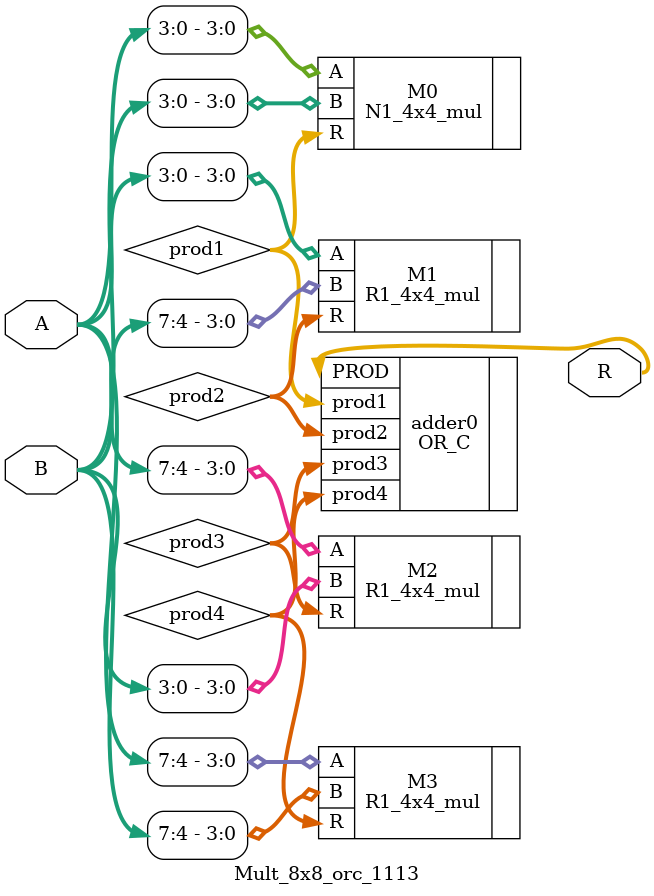
<source format=v>
module Mult_8x8_orc_1113(
input [7:0] A,
input [7:0] B,
output [15:0]R
);
wire [7:0]prod1;
wire [7:0]prod2;
wire [7:0]prod3;
wire [7:0]prod4;

N1_4x4_mul M0(.A(A[3:0]),.B(B[3:0]),.R(prod1));
R1_4x4_mul M1(.A(A[3:0]),.B(B[7:4]),.R(prod2));
R1_4x4_mul M2(.A(A[7:4]),.B(B[3:0]),.R(prod3));
R1_4x4_mul M3(.A(A[7:4]),.B(B[7:4]),.R(prod4));
OR_C adder0(.prod1(prod1),.prod2(prod2),.prod3(prod3),.prod4(prod4),.PROD(R));
endmodule

</source>
